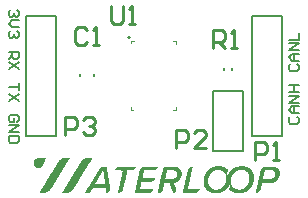
<source format=gto>
G04*
G04 #@! TF.GenerationSoftware,Altium Limited,Altium Designer,21.8.1 (53)*
G04*
G04 Layer_Color=65535*
%FSLAX25Y25*%
%MOIN*%
G70*
G04*
G04 #@! TF.SameCoordinates,F690618D-AD4D-4C01-A63D-FBD870E761B6*
G04*
G04*
G04 #@! TF.FilePolarity,Positive*
G04*
G01*
G75*
%ADD10C,0.01000*%
%ADD11C,0.00787*%
%ADD12C,0.00217*%
%ADD13C,0.00800*%
G36*
X369325Y284210D02*
X369213D01*
Y284098D01*
Y283985D01*
Y283873D01*
X369101D01*
Y283761D01*
Y283649D01*
Y283537D01*
X368989D01*
Y283425D01*
Y283313D01*
X368877D01*
Y283200D01*
Y283088D01*
Y282976D01*
X368765D01*
Y282864D01*
Y282752D01*
X368652D01*
Y282640D01*
Y282528D01*
X368540D01*
Y282416D01*
Y282303D01*
X368428D01*
Y282191D01*
Y282079D01*
X368316D01*
Y281967D01*
Y281855D01*
X368204D01*
Y281743D01*
X368092D01*
Y281630D01*
Y281518D01*
X367980D01*
Y281406D01*
X367867D01*
Y281294D01*
X367755D01*
Y281182D01*
X367531D01*
Y281070D01*
X367195D01*
Y280958D01*
X366410D01*
Y281070D01*
X366073D01*
Y281182D01*
X365849D01*
Y281294D01*
X365737D01*
Y281406D01*
X365625D01*
Y281518D01*
X365513D01*
Y281630D01*
X365401D01*
Y281743D01*
Y281855D01*
X365288D01*
Y281967D01*
Y282079D01*
X365176D01*
Y282191D01*
Y282303D01*
Y282416D01*
Y282528D01*
Y282640D01*
Y282752D01*
Y282864D01*
Y282976D01*
Y283088D01*
Y283200D01*
X365288D01*
Y283313D01*
Y283425D01*
X365401D01*
Y283537D01*
Y283649D01*
X365513D01*
Y283761D01*
X365625D01*
Y283873D01*
X365737D01*
Y283985D01*
X365849D01*
Y284098D01*
X366185D01*
Y284210D01*
X366746D01*
Y284322D01*
X369325D01*
Y284210D01*
D02*
G37*
G36*
X435596Y281406D02*
X436045D01*
Y281294D01*
X436381D01*
Y281182D01*
X436605D01*
Y281070D01*
X436829D01*
Y280958D01*
X436942D01*
Y280846D01*
X437166D01*
Y280733D01*
X437278D01*
Y280621D01*
X437390D01*
Y280509D01*
X437614D01*
Y280397D01*
X437726D01*
Y280285D01*
Y280173D01*
X437839D01*
Y280061D01*
X437951D01*
Y279948D01*
X438063D01*
Y279836D01*
Y279724D01*
X438175D01*
Y279612D01*
Y279500D01*
X438287D01*
Y279388D01*
Y279276D01*
X438399D01*
Y279164D01*
Y279051D01*
X438511D01*
Y278939D01*
Y278827D01*
Y278715D01*
Y278603D01*
X438624D01*
Y278491D01*
Y278379D01*
Y278267D01*
Y278154D01*
Y278042D01*
Y277930D01*
Y277818D01*
Y277706D01*
Y277594D01*
Y277482D01*
Y277369D01*
Y277257D01*
Y277145D01*
Y277033D01*
Y276921D01*
Y276809D01*
Y276697D01*
X438511D01*
Y276585D01*
Y276472D01*
Y276360D01*
Y276248D01*
X438399D01*
Y276136D01*
Y276024D01*
Y275912D01*
X438287D01*
Y275800D01*
Y275688D01*
Y275575D01*
X438175D01*
Y275463D01*
Y275351D01*
X438063D01*
Y275239D01*
Y275127D01*
X437951D01*
Y275015D01*
Y274903D01*
X437839D01*
Y274790D01*
Y274678D01*
X437726D01*
Y274566D01*
X437614D01*
Y274454D01*
X437502D01*
Y274342D01*
Y274230D01*
X437390D01*
Y274118D01*
X437278D01*
Y274006D01*
X437166D01*
Y273893D01*
X437054D01*
Y273781D01*
X436942D01*
Y273669D01*
X436829D01*
Y273557D01*
X436605D01*
Y273445D01*
X436493D01*
Y273333D01*
X436269D01*
Y273220D01*
X436157D01*
Y273108D01*
X435932D01*
Y272996D01*
X435708D01*
Y272884D01*
X435372D01*
Y272772D01*
X435035D01*
Y272660D01*
X434587D01*
Y272548D01*
X432681D01*
Y272660D01*
X432232D01*
Y272772D01*
X431896D01*
Y272884D01*
X431559D01*
Y272996D01*
X431335D01*
Y273108D01*
X431223D01*
Y273220D01*
X430999D01*
Y273333D01*
X430886D01*
Y273445D01*
X430774D01*
Y273557D01*
X430550D01*
Y273669D01*
X430438D01*
Y273781D01*
Y273893D01*
X430326D01*
Y274006D01*
X430438D01*
Y274118D01*
Y274230D01*
X430550D01*
Y274342D01*
Y274454D01*
Y274566D01*
X430662D01*
Y274678D01*
Y274790D01*
Y274903D01*
X430774D01*
Y275015D01*
Y275127D01*
Y275239D01*
Y275351D01*
Y275463D01*
Y275575D01*
X430550D01*
Y275463D01*
X430438D01*
Y275351D01*
Y275239D01*
X430326D01*
Y275127D01*
Y275015D01*
X430214D01*
Y274903D01*
Y274790D01*
X430101D01*
Y274678D01*
X429989D01*
Y274566D01*
Y274454D01*
X429877D01*
Y274342D01*
X429765D01*
Y274230D01*
X429653D01*
Y274118D01*
X429541D01*
Y274006D01*
X429429D01*
Y273893D01*
X429317D01*
Y273781D01*
X429204D01*
Y273669D01*
X429092D01*
Y273557D01*
X428980D01*
Y273445D01*
X428756D01*
Y273333D01*
X428644D01*
Y273220D01*
X428419D01*
Y273108D01*
X428195D01*
Y272996D01*
X427971D01*
Y272884D01*
X427747D01*
Y272772D01*
X427410D01*
Y272660D01*
X426962D01*
Y272548D01*
X424943D01*
Y272660D01*
X424495D01*
Y272772D01*
X424158D01*
Y272884D01*
X423934D01*
Y272996D01*
X423710D01*
Y273108D01*
X423486D01*
Y273220D01*
X423373D01*
Y273333D01*
X423149D01*
Y273445D01*
X423037D01*
Y273557D01*
X422925D01*
Y273669D01*
X422813D01*
Y273781D01*
X422701D01*
Y273893D01*
X422588D01*
Y274006D01*
X422476D01*
Y274118D01*
Y274230D01*
X422364D01*
Y274342D01*
X422252D01*
Y274454D01*
Y274566D01*
X422140D01*
Y274678D01*
Y274790D01*
X422028D01*
Y274903D01*
Y275015D01*
Y275127D01*
X421916D01*
Y275239D01*
Y275351D01*
Y275463D01*
Y275575D01*
X421804D01*
Y275688D01*
Y275800D01*
Y275912D01*
Y276024D01*
Y276136D01*
Y276248D01*
Y276360D01*
Y276472D01*
Y276585D01*
Y276697D01*
Y276809D01*
Y276921D01*
Y277033D01*
Y277145D01*
Y277257D01*
Y277369D01*
X421916D01*
Y277482D01*
Y277594D01*
Y277706D01*
Y277818D01*
X422028D01*
Y277930D01*
Y278042D01*
Y278154D01*
X422140D01*
Y278267D01*
Y278379D01*
Y278491D01*
X422252D01*
Y278603D01*
Y278715D01*
X422364D01*
Y278827D01*
Y278939D01*
X422476D01*
Y279051D01*
Y279164D01*
X422588D01*
Y279276D01*
Y279388D01*
X422701D01*
Y279500D01*
X422813D01*
Y279612D01*
X422925D01*
Y279724D01*
Y279836D01*
X423037D01*
Y279948D01*
X423149D01*
Y280061D01*
X423261D01*
Y280173D01*
X423373D01*
Y280285D01*
X423486D01*
Y280397D01*
X423598D01*
Y280509D01*
X423822D01*
Y280621D01*
X423934D01*
Y280733D01*
X424046D01*
Y280846D01*
X424270D01*
Y280958D01*
X424495D01*
Y281070D01*
X424719D01*
Y281182D01*
X424943D01*
Y281294D01*
X425280D01*
Y281406D01*
X425728D01*
Y281518D01*
X427859D01*
Y281406D01*
X428307D01*
Y281294D01*
X428644D01*
Y281182D01*
X428868D01*
Y281070D01*
X429092D01*
Y280958D01*
X429317D01*
Y280846D01*
X429429D01*
Y280733D01*
X429653D01*
Y280621D01*
X429765D01*
Y280509D01*
X429877D01*
Y280397D01*
X429989D01*
Y280285D01*
X430101D01*
Y280173D01*
X429989D01*
Y280061D01*
Y279948D01*
Y279836D01*
X429877D01*
Y279724D01*
Y279612D01*
X429765D01*
Y279500D01*
Y279388D01*
Y279276D01*
Y279164D01*
Y279051D01*
X429653D01*
Y278939D01*
Y278827D01*
Y278715D01*
Y278603D01*
Y278491D01*
X429877D01*
Y278603D01*
X429989D01*
Y278715D01*
Y278827D01*
Y278939D01*
X430101D01*
Y279051D01*
X430214D01*
Y279164D01*
Y279276D01*
X430326D01*
Y279388D01*
Y279500D01*
X430438D01*
Y279612D01*
X430550D01*
Y279724D01*
X430662D01*
Y279836D01*
Y279948D01*
X430774D01*
Y280061D01*
X430886D01*
Y280173D01*
X430999D01*
Y280285D01*
X431111D01*
Y280397D01*
X431335D01*
Y280509D01*
X431447D01*
Y280621D01*
X431559D01*
Y280733D01*
X431783D01*
Y280846D01*
X431896D01*
Y280958D01*
X432120D01*
Y281070D01*
X432344D01*
Y281182D01*
X432681D01*
Y281294D01*
X433017D01*
Y281406D01*
X433465D01*
Y281518D01*
X435596D01*
Y281406D01*
D02*
G37*
G36*
X406778Y281294D02*
X406666D01*
Y281182D01*
Y281070D01*
X406554D01*
Y280958D01*
Y280846D01*
X406441D01*
Y280733D01*
X406329D01*
Y280621D01*
X406217D01*
Y280509D01*
X406105D01*
Y280397D01*
X405881D01*
Y280285D01*
X405656D01*
Y280173D01*
X401956D01*
Y280061D01*
Y279948D01*
Y279836D01*
X401844D01*
Y279724D01*
Y279612D01*
Y279500D01*
Y279388D01*
Y279276D01*
X401732D01*
Y279164D01*
Y279051D01*
Y278939D01*
Y278827D01*
X401620D01*
Y278715D01*
Y278603D01*
Y278491D01*
Y278379D01*
X401508D01*
Y278267D01*
Y278154D01*
Y278042D01*
Y277930D01*
X401395D01*
Y277818D01*
X401620D01*
Y277706D01*
X405881D01*
Y277594D01*
X405768D01*
Y277482D01*
Y277369D01*
X405656D01*
Y277257D01*
X405544D01*
Y277145D01*
Y277033D01*
X405432D01*
Y276921D01*
X405320D01*
Y276809D01*
X405208D01*
Y276697D01*
X404984D01*
Y276585D01*
X404647D01*
Y276697D01*
X404423D01*
Y276585D01*
X404535D01*
Y276472D01*
X401171D01*
Y276360D01*
Y276248D01*
X401059D01*
Y276136D01*
Y276024D01*
Y275912D01*
Y275800D01*
X400947D01*
Y275688D01*
Y275575D01*
Y275463D01*
Y275351D01*
Y275239D01*
X400835D01*
Y275127D01*
Y275015D01*
Y274903D01*
Y274790D01*
X400723D01*
Y274678D01*
Y274566D01*
Y274454D01*
Y274342D01*
X400610D01*
Y274230D01*
Y274118D01*
Y274006D01*
X400723D01*
Y273893D01*
X405096D01*
Y273781D01*
X404984D01*
Y273669D01*
Y273557D01*
X404872D01*
Y273445D01*
Y273333D01*
X404759D01*
Y273220D01*
X404647D01*
Y273108D01*
X404535D01*
Y272996D01*
X404423D01*
Y272884D01*
X404199D01*
Y272772D01*
X403974D01*
Y272660D01*
X398816D01*
Y272772D01*
X398928D01*
Y272884D01*
Y272996D01*
Y273108D01*
X399041D01*
Y273220D01*
Y273333D01*
Y273445D01*
Y273557D01*
Y273669D01*
X399153D01*
Y273781D01*
Y273893D01*
Y274006D01*
Y274118D01*
Y274230D01*
X399265D01*
Y274342D01*
Y274454D01*
Y274566D01*
Y274678D01*
X399377D01*
Y274790D01*
Y274903D01*
Y275015D01*
Y275127D01*
Y275239D01*
X399489D01*
Y275351D01*
Y275463D01*
Y275575D01*
Y275688D01*
X399601D01*
Y275800D01*
Y275912D01*
Y276024D01*
Y276136D01*
Y276248D01*
X399713D01*
Y276360D01*
Y276472D01*
Y276585D01*
Y276697D01*
Y276809D01*
X399826D01*
Y276921D01*
Y277033D01*
Y277145D01*
Y277257D01*
X399938D01*
Y277369D01*
Y277482D01*
Y277594D01*
Y277706D01*
Y277818D01*
X400050D01*
Y277930D01*
Y278042D01*
Y278154D01*
Y278267D01*
X400162D01*
Y278379D01*
Y278491D01*
Y278603D01*
Y278715D01*
Y278827D01*
X400274D01*
Y278939D01*
Y279051D01*
Y279164D01*
Y279276D01*
X400386D01*
Y279388D01*
Y279500D01*
Y279612D01*
Y279724D01*
Y279836D01*
X400498D01*
Y279948D01*
Y280061D01*
Y280173D01*
X400610D01*
Y280285D01*
Y280397D01*
Y280509D01*
X400723D01*
Y280621D01*
Y280733D01*
X400835D01*
Y280846D01*
X400947D01*
Y280958D01*
X401059D01*
Y281070D01*
X401171D01*
Y281182D01*
X401395D01*
Y281294D01*
X401732D01*
Y281406D01*
X406778D01*
Y281294D01*
D02*
G37*
G36*
X445352D02*
X445800D01*
Y281182D01*
X446024D01*
Y281070D01*
X446249D01*
Y280958D01*
X446361D01*
Y280846D01*
X446473D01*
Y280733D01*
X446585D01*
Y280621D01*
X446697D01*
Y280509D01*
X446809D01*
Y280397D01*
X446921D01*
Y280285D01*
Y280173D01*
X447034D01*
Y280061D01*
Y279948D01*
Y279836D01*
X447146D01*
Y279724D01*
Y279612D01*
Y279500D01*
Y279388D01*
Y279276D01*
Y279164D01*
Y279051D01*
Y278939D01*
Y278827D01*
Y278715D01*
Y278603D01*
Y278491D01*
Y278379D01*
Y278267D01*
X447034D01*
Y278154D01*
Y278042D01*
Y277930D01*
X446921D01*
Y277818D01*
Y277706D01*
X446809D01*
Y277594D01*
Y277482D01*
X446697D01*
Y277369D01*
X446585D01*
Y277257D01*
Y277145D01*
X446473D01*
Y277033D01*
X446361D01*
Y276921D01*
X446249D01*
Y276809D01*
X446137D01*
Y276697D01*
X446024D01*
Y276585D01*
X445800D01*
Y276472D01*
X445576D01*
Y276360D01*
X445352D01*
Y276248D01*
X445127D01*
Y276136D01*
X444679D01*
Y276024D01*
X441427D01*
Y275912D01*
X441315D01*
Y275800D01*
Y275688D01*
Y275575D01*
X441203D01*
Y275463D01*
Y275351D01*
Y275239D01*
Y275127D01*
Y275015D01*
X441090D01*
Y274903D01*
Y274790D01*
Y274678D01*
Y274566D01*
Y274454D01*
X440978D01*
Y274342D01*
Y274230D01*
Y274118D01*
X440866D01*
Y274006D01*
Y273893D01*
Y273781D01*
X440754D01*
Y273669D01*
Y273557D01*
X440642D01*
Y273445D01*
X440530D01*
Y273333D01*
Y273220D01*
X440418D01*
Y273108D01*
X440193D01*
Y272996D01*
X440081D01*
Y272884D01*
X439857D01*
Y272772D01*
X439521D01*
Y272660D01*
X439184D01*
Y272772D01*
Y272884D01*
X439296D01*
Y272996D01*
Y273108D01*
Y273220D01*
Y273333D01*
Y273445D01*
X439408D01*
Y273557D01*
Y273669D01*
Y273781D01*
Y273893D01*
X439521D01*
Y274006D01*
Y274118D01*
Y274230D01*
Y274342D01*
X439633D01*
Y274454D01*
Y274566D01*
Y274678D01*
Y274790D01*
Y274903D01*
X439745D01*
Y275015D01*
Y275127D01*
Y275239D01*
Y275351D01*
X439857D01*
Y275463D01*
Y275575D01*
Y275688D01*
Y275800D01*
Y275912D01*
X439969D01*
Y276024D01*
Y276136D01*
Y276248D01*
Y276360D01*
X440081D01*
Y276472D01*
Y276585D01*
Y276697D01*
Y276809D01*
X440193D01*
Y276921D01*
Y277033D01*
Y277145D01*
Y277257D01*
Y277369D01*
X440306D01*
Y277482D01*
Y277594D01*
Y277706D01*
Y277818D01*
X440418D01*
Y277930D01*
Y278042D01*
Y278154D01*
Y278267D01*
Y278379D01*
X440530D01*
Y278491D01*
Y278603D01*
Y278715D01*
Y278827D01*
X440642D01*
Y278939D01*
Y279051D01*
Y279164D01*
Y279276D01*
X440754D01*
Y279388D01*
Y279500D01*
Y279612D01*
Y279724D01*
Y279836D01*
X440866D01*
Y279948D01*
Y280061D01*
Y280173D01*
Y280285D01*
X440978D01*
Y280397D01*
Y280509D01*
Y280621D01*
X441090D01*
Y280733D01*
X441203D01*
Y280846D01*
X441315D01*
Y280958D01*
X441427D01*
Y281070D01*
X441539D01*
Y281182D01*
X441763D01*
Y281294D01*
X442100D01*
Y281406D01*
X445352D01*
Y281294D01*
D02*
G37*
G36*
X418215D02*
Y281182D01*
Y281070D01*
X418103D01*
Y280958D01*
Y280846D01*
Y280733D01*
Y280621D01*
X417991D01*
Y280509D01*
Y280397D01*
Y280285D01*
Y280173D01*
Y280061D01*
X417879D01*
Y279948D01*
Y279836D01*
Y279724D01*
Y279612D01*
Y279500D01*
X417767D01*
Y279388D01*
Y279276D01*
Y279164D01*
Y279051D01*
X417655D01*
Y278939D01*
Y278827D01*
Y278715D01*
Y278603D01*
Y278491D01*
X417543D01*
Y278379D01*
Y278267D01*
Y278154D01*
Y278042D01*
Y277930D01*
X417430D01*
Y277818D01*
Y277706D01*
Y277594D01*
Y277482D01*
X417318D01*
Y277369D01*
Y277257D01*
Y277145D01*
Y277033D01*
Y276921D01*
X417206D01*
Y276809D01*
Y276697D01*
Y276585D01*
Y276472D01*
X417094D01*
Y276360D01*
Y276248D01*
Y276136D01*
Y276024D01*
Y275912D01*
X416982D01*
Y275800D01*
Y275688D01*
Y275575D01*
Y275463D01*
X416870D01*
Y275351D01*
Y275239D01*
Y275127D01*
Y275015D01*
Y274903D01*
X416758D01*
Y274790D01*
Y274678D01*
Y274566D01*
Y274454D01*
Y274342D01*
X416645D01*
Y274230D01*
Y274118D01*
Y274006D01*
Y273893D01*
X420458D01*
Y273781D01*
Y273669D01*
X420346D01*
Y273557D01*
Y273445D01*
X420234D01*
Y273333D01*
X420122D01*
Y273220D01*
X420010D01*
Y273108D01*
X419897D01*
Y272996D01*
X419785D01*
Y272884D01*
X419561D01*
Y272772D01*
X419337D01*
Y272660D01*
X414851D01*
Y272772D01*
X414963D01*
Y272884D01*
Y272996D01*
Y273108D01*
Y273220D01*
Y273333D01*
X415076D01*
Y273445D01*
Y273557D01*
Y273669D01*
Y273781D01*
Y273893D01*
X415188D01*
Y274006D01*
Y274118D01*
Y274230D01*
Y274342D01*
X415300D01*
Y274454D01*
Y274566D01*
Y274678D01*
Y274790D01*
Y274903D01*
X415412D01*
Y275015D01*
Y275127D01*
Y275239D01*
Y275351D01*
X415524D01*
Y275463D01*
Y275575D01*
Y275688D01*
Y275800D01*
Y275912D01*
X415636D01*
Y276024D01*
Y276136D01*
Y276248D01*
Y276360D01*
X415748D01*
Y276472D01*
Y276585D01*
Y276697D01*
Y276809D01*
Y276921D01*
X415861D01*
Y277033D01*
Y277145D01*
Y277257D01*
Y277369D01*
X415973D01*
Y277482D01*
Y277594D01*
Y277706D01*
Y277818D01*
X416085D01*
Y277930D01*
Y278042D01*
Y278154D01*
Y278267D01*
Y278379D01*
X416197D01*
Y278491D01*
Y278603D01*
Y278715D01*
Y278827D01*
X416309D01*
Y278939D01*
Y279051D01*
Y279164D01*
Y279276D01*
X416421D01*
Y279388D01*
Y279500D01*
Y279612D01*
Y279724D01*
X416533D01*
Y279836D01*
Y279948D01*
Y280061D01*
Y280173D01*
Y280285D01*
X416645D01*
Y280397D01*
Y280509D01*
Y280621D01*
X416758D01*
Y280733D01*
X416870D01*
Y280846D01*
Y280958D01*
X416982D01*
Y281070D01*
X417206D01*
Y281182D01*
X417318D01*
Y281294D01*
X417655D01*
Y281406D01*
X418215D01*
Y281294D01*
D02*
G37*
G36*
X412609D02*
X412945D01*
Y281182D01*
X413281D01*
Y281070D01*
X413506D01*
Y280958D01*
X413618D01*
Y280846D01*
X413730D01*
Y280733D01*
X413842D01*
Y280621D01*
X413954D01*
Y280509D01*
X414066D01*
Y280397D01*
X414179D01*
Y280285D01*
X414291D01*
Y280173D01*
Y280061D01*
X414403D01*
Y279948D01*
Y279836D01*
Y279724D01*
X414515D01*
Y279612D01*
Y279500D01*
Y279388D01*
Y279276D01*
Y279164D01*
Y279051D01*
Y278939D01*
Y278827D01*
Y278715D01*
Y278603D01*
Y278491D01*
Y278379D01*
Y278267D01*
X414403D01*
Y278154D01*
Y278042D01*
Y277930D01*
X414291D01*
Y277818D01*
Y277706D01*
X414179D01*
Y277594D01*
Y277482D01*
X414066D01*
Y277369D01*
Y277257D01*
X413954D01*
Y277145D01*
X413842D01*
Y277033D01*
X413730D01*
Y276921D01*
X413618D01*
Y276809D01*
X413506D01*
Y276697D01*
X413394D01*
Y276585D01*
X413169D01*
Y276472D01*
X413057D01*
Y276360D01*
X412721D01*
Y276248D01*
X412497D01*
Y276136D01*
X411936D01*
Y276024D01*
Y275912D01*
Y275800D01*
Y275688D01*
X412048D01*
Y275575D01*
Y275463D01*
X412160D01*
Y275351D01*
Y275239D01*
X412272D01*
Y275127D01*
Y275015D01*
Y274903D01*
X412384D01*
Y274790D01*
Y274678D01*
X412497D01*
Y274566D01*
Y274454D01*
Y274342D01*
X412609D01*
Y274230D01*
Y274118D01*
Y274006D01*
X412721D01*
Y273893D01*
Y273781D01*
Y273669D01*
Y273557D01*
X412609D01*
Y273445D01*
Y273333D01*
Y273220D01*
X412497D01*
Y273108D01*
X412384D01*
Y272996D01*
X412272D01*
Y272884D01*
X412160D01*
Y272772D01*
X411824D01*
Y272660D01*
X411599D01*
Y272772D01*
Y272884D01*
X411487D01*
Y272996D01*
Y273108D01*
Y273220D01*
X411375D01*
Y273333D01*
Y273445D01*
X411263D01*
Y273557D01*
Y273669D01*
Y273781D01*
X411151D01*
Y273893D01*
Y274006D01*
Y274118D01*
X411039D01*
Y274230D01*
Y274342D01*
X410927D01*
Y274454D01*
Y274566D01*
Y274678D01*
X410815D01*
Y274790D01*
Y274903D01*
Y275015D01*
X410702D01*
Y275127D01*
Y275239D01*
Y275351D01*
X410590D01*
Y275463D01*
Y275575D01*
Y275688D01*
X410478D01*
Y275800D01*
Y275912D01*
X410366D01*
Y276024D01*
X408684D01*
Y275912D01*
Y275800D01*
Y275688D01*
X408572D01*
Y275575D01*
Y275463D01*
Y275351D01*
Y275239D01*
X408460D01*
Y275127D01*
Y275015D01*
Y274903D01*
Y274790D01*
Y274678D01*
X408348D01*
Y274566D01*
Y274454D01*
Y274342D01*
Y274230D01*
Y274118D01*
X408235D01*
Y274006D01*
Y273893D01*
Y273781D01*
Y273669D01*
X408123D01*
Y273557D01*
Y273445D01*
Y273333D01*
Y273220D01*
X408011D01*
Y273108D01*
X407899D01*
Y272996D01*
X407787D01*
Y272884D01*
X407675D01*
Y272772D01*
X407450D01*
Y272660D01*
X406554D01*
Y272772D01*
Y272884D01*
Y272996D01*
X406666D01*
Y273108D01*
Y273220D01*
Y273333D01*
Y273445D01*
Y273557D01*
X406778D01*
Y273669D01*
Y273781D01*
Y273893D01*
Y274006D01*
X406890D01*
Y274118D01*
Y274230D01*
Y274342D01*
Y274454D01*
Y274566D01*
X407002D01*
Y274678D01*
Y274790D01*
Y274903D01*
Y275015D01*
X407114D01*
Y275127D01*
Y275239D01*
Y275351D01*
Y275463D01*
Y275575D01*
X407226D01*
Y275688D01*
Y275800D01*
Y275912D01*
Y276024D01*
Y276136D01*
X407338D01*
Y276248D01*
Y276360D01*
Y276472D01*
Y276585D01*
X407450D01*
Y276697D01*
Y276809D01*
Y276921D01*
Y277033D01*
Y277145D01*
X407563D01*
Y277257D01*
Y277369D01*
Y277482D01*
Y277594D01*
X407675D01*
Y277706D01*
Y277818D01*
Y277930D01*
Y278042D01*
Y278154D01*
X407787D01*
Y278267D01*
Y278379D01*
Y278491D01*
Y278603D01*
X407899D01*
Y278715D01*
Y278827D01*
Y278939D01*
Y279051D01*
X408011D01*
Y279164D01*
Y279276D01*
Y279388D01*
Y279500D01*
Y279612D01*
X408123D01*
Y279724D01*
Y279836D01*
Y279948D01*
Y280061D01*
X408235D01*
Y280173D01*
Y280285D01*
Y280397D01*
Y280509D01*
X408348D01*
Y280621D01*
Y280733D01*
Y280846D01*
X408460D01*
Y280958D01*
Y281070D01*
X408572D01*
Y281182D01*
X408684D01*
Y281294D01*
X408908D01*
Y281406D01*
X412609D01*
Y281294D01*
D02*
G37*
G36*
X399377D02*
X399265D01*
Y281182D01*
Y281070D01*
X399153D01*
Y280958D01*
Y280846D01*
X399041D01*
Y280733D01*
X398928D01*
Y280621D01*
X398816D01*
Y280509D01*
X398704D01*
Y280397D01*
X398480D01*
Y280285D01*
X398256D01*
Y280173D01*
X396349D01*
Y280061D01*
Y279948D01*
Y279836D01*
Y279724D01*
Y279612D01*
X396237D01*
Y279500D01*
Y279388D01*
Y279276D01*
Y279164D01*
Y279051D01*
X396125D01*
Y278939D01*
Y278827D01*
Y278715D01*
Y278603D01*
X396013D01*
Y278491D01*
Y278379D01*
Y278267D01*
Y278154D01*
Y278042D01*
X395901D01*
Y277930D01*
Y277818D01*
Y277706D01*
Y277594D01*
X395789D01*
Y277482D01*
Y277369D01*
Y277257D01*
Y277145D01*
Y277033D01*
X395676D01*
Y276921D01*
Y276809D01*
Y276697D01*
Y276585D01*
X395564D01*
Y276472D01*
Y276360D01*
Y276248D01*
Y276136D01*
Y276024D01*
X395452D01*
Y275912D01*
Y275800D01*
Y275688D01*
Y275575D01*
X395340D01*
Y275463D01*
Y275351D01*
Y275239D01*
Y275127D01*
Y275015D01*
X395228D01*
Y274903D01*
Y274790D01*
Y274678D01*
Y274566D01*
X395116D01*
Y274454D01*
Y274342D01*
Y274230D01*
Y274118D01*
X395004D01*
Y274006D01*
Y273893D01*
Y273781D01*
Y273669D01*
X394892D01*
Y273557D01*
Y273445D01*
X394779D01*
Y273333D01*
X394667D01*
Y273220D01*
X394555D01*
Y273108D01*
X394443D01*
Y272996D01*
X394331D01*
Y272884D01*
X394107D01*
Y272772D01*
X393770D01*
Y272660D01*
X393322D01*
Y272772D01*
Y272884D01*
Y272996D01*
X393434D01*
Y273108D01*
Y273220D01*
Y273333D01*
Y273445D01*
Y273557D01*
X393546D01*
Y273669D01*
Y273781D01*
Y273893D01*
Y274006D01*
X393658D01*
Y274118D01*
Y274230D01*
Y274342D01*
Y274454D01*
Y274566D01*
X393770D01*
Y274678D01*
Y274790D01*
Y274903D01*
Y275015D01*
X393882D01*
Y275127D01*
Y275239D01*
Y275351D01*
Y275463D01*
Y275575D01*
X393994D01*
Y275688D01*
Y275800D01*
Y275912D01*
Y276024D01*
X394107D01*
Y276136D01*
Y276248D01*
Y276360D01*
Y276472D01*
Y276585D01*
X394219D01*
Y276697D01*
Y276809D01*
Y276921D01*
Y277033D01*
X394331D01*
Y277145D01*
Y277257D01*
Y277369D01*
Y277482D01*
Y277594D01*
X394443D01*
Y277706D01*
Y277818D01*
Y277930D01*
Y278042D01*
X394555D01*
Y278154D01*
Y278267D01*
Y278379D01*
Y278491D01*
Y278603D01*
X394667D01*
Y278715D01*
Y278827D01*
Y278939D01*
Y279051D01*
Y279164D01*
X394779D01*
Y279276D01*
Y279388D01*
Y279500D01*
Y279612D01*
X394892D01*
Y279724D01*
Y279836D01*
Y279948D01*
Y280061D01*
X394443D01*
Y280173D01*
X392313D01*
Y280285D01*
Y280397D01*
X392425D01*
Y280509D01*
Y280621D01*
X392537D01*
Y280733D01*
X392649D01*
Y280846D01*
X392761D01*
Y280958D01*
X392873D01*
Y281070D01*
X392985D01*
Y281182D01*
X393097D01*
Y281294D01*
X393434D01*
Y281406D01*
X399377D01*
Y281294D01*
D02*
G37*
G36*
X389509D02*
Y281182D01*
Y281070D01*
Y280958D01*
Y280846D01*
Y280733D01*
X389621D01*
Y280621D01*
Y280509D01*
Y280397D01*
Y280285D01*
Y280173D01*
Y280061D01*
X389734D01*
Y279948D01*
Y279836D01*
Y279724D01*
Y279612D01*
Y279500D01*
X389846D01*
Y279388D01*
Y279276D01*
Y279164D01*
Y279051D01*
Y278939D01*
Y278827D01*
X389958D01*
Y278715D01*
Y278603D01*
Y278491D01*
Y278379D01*
Y278267D01*
X390070D01*
Y278154D01*
Y278042D01*
Y277930D01*
Y277818D01*
Y277706D01*
Y277594D01*
X390182D01*
Y277482D01*
Y277369D01*
Y277257D01*
Y277145D01*
Y277033D01*
Y276921D01*
X390294D01*
Y276809D01*
Y276697D01*
Y276585D01*
Y276472D01*
Y276360D01*
Y276248D01*
X390406D01*
Y276136D01*
Y276024D01*
Y275912D01*
Y275800D01*
Y275688D01*
Y275575D01*
X390518D01*
Y275463D01*
Y275351D01*
Y275239D01*
Y275127D01*
Y275015D01*
Y274903D01*
X390631D01*
Y274790D01*
Y274678D01*
Y274566D01*
Y274454D01*
Y274342D01*
Y274230D01*
Y274118D01*
X390743D01*
Y274006D01*
Y273893D01*
Y273781D01*
Y273669D01*
X390631D01*
Y273557D01*
Y273445D01*
Y273333D01*
X390518D01*
Y273220D01*
X390406D01*
Y273108D01*
X390294D01*
Y272996D01*
X390182D01*
Y272884D01*
X390070D01*
Y272772D01*
X389846D01*
Y272660D01*
X389397D01*
Y272772D01*
Y272884D01*
Y272996D01*
Y273108D01*
Y273220D01*
Y273333D01*
X389285D01*
Y273445D01*
Y273557D01*
Y273669D01*
Y273781D01*
Y273893D01*
Y274006D01*
Y274118D01*
X389173D01*
Y274230D01*
Y274342D01*
X384912D01*
Y274230D01*
X384800D01*
Y274118D01*
X384687D01*
Y274006D01*
Y273893D01*
X384575D01*
Y273781D01*
Y273669D01*
X384463D01*
Y273557D01*
X384351D01*
Y273445D01*
Y273333D01*
X384239D01*
Y273220D01*
X384127D01*
Y273108D01*
Y272996D01*
X384015D01*
Y272884D01*
X383790D01*
Y272772D01*
X383566D01*
Y272660D01*
X382221D01*
Y272772D01*
X382333D01*
Y272884D01*
X382445D01*
Y272996D01*
Y273108D01*
X382557D01*
Y273220D01*
Y273333D01*
X382669D01*
Y273445D01*
X382781D01*
Y273557D01*
Y273669D01*
X382893D01*
Y273781D01*
X383005D01*
Y273893D01*
Y274006D01*
X383118D01*
Y274118D01*
Y274230D01*
X383230D01*
Y274342D01*
X383342D01*
Y274454D01*
Y274566D01*
X383454D01*
Y274678D01*
Y274790D01*
X383566D01*
Y274903D01*
X383678D01*
Y275015D01*
Y275127D01*
X383790D01*
Y275239D01*
X383903D01*
Y275351D01*
Y275463D01*
X384015D01*
Y275575D01*
Y275688D01*
X384127D01*
Y275800D01*
X384239D01*
Y275912D01*
Y276024D01*
X384351D01*
Y276136D01*
Y276248D01*
X384463D01*
Y276360D01*
X384575D01*
Y276472D01*
Y276585D01*
X384687D01*
Y276697D01*
X384800D01*
Y276809D01*
Y276921D01*
X384912D01*
Y277033D01*
Y277145D01*
X385024D01*
Y277257D01*
X385136D01*
Y277369D01*
Y277482D01*
X385248D01*
Y277594D01*
Y277706D01*
X385360D01*
Y277818D01*
X385472D01*
Y277930D01*
Y278042D01*
X385585D01*
Y278154D01*
X385697D01*
Y278267D01*
Y278379D01*
X385809D01*
Y278491D01*
Y278603D01*
X385921D01*
Y278715D01*
X386033D01*
Y278827D01*
Y278939D01*
X386145D01*
Y279051D01*
Y279164D01*
X386257D01*
Y279276D01*
X386369D01*
Y279388D01*
Y279500D01*
X386482D01*
Y279612D01*
X386594D01*
Y279724D01*
Y279836D01*
X386706D01*
Y279948D01*
Y280061D01*
X386818D01*
Y280173D01*
X386930D01*
Y280285D01*
Y280397D01*
X387042D01*
Y280509D01*
Y280621D01*
X387154D01*
Y280733D01*
X387266D01*
Y280846D01*
Y280958D01*
X387379D01*
Y281070D01*
X387491D01*
Y281182D01*
X387715D01*
Y281294D01*
X387939D01*
Y281406D01*
X389509D01*
Y281294D01*
D02*
G37*
G36*
X384015Y284322D02*
X384800D01*
Y284210D01*
X384687D01*
Y284098D01*
X384575D01*
Y283985D01*
Y283873D01*
X384463D01*
Y283761D01*
Y283649D01*
X384351D01*
Y283537D01*
X384239D01*
Y283425D01*
Y283313D01*
X384127D01*
Y283200D01*
Y283088D01*
X384015D01*
Y282976D01*
X383903D01*
Y282864D01*
Y282752D01*
X383790D01*
Y282640D01*
Y282528D01*
X383678D01*
Y282416D01*
X383566D01*
Y282303D01*
Y282191D01*
X383454D01*
Y282079D01*
X383342D01*
Y281967D01*
Y281855D01*
X383230D01*
Y281743D01*
Y281630D01*
X383118D01*
Y281518D01*
X383005D01*
Y281406D01*
Y281294D01*
X382893D01*
Y281182D01*
Y281070D01*
X382781D01*
Y280958D01*
X382669D01*
Y280846D01*
Y280733D01*
X382557D01*
Y280621D01*
Y280509D01*
X382445D01*
Y280397D01*
X382333D01*
Y280285D01*
Y280173D01*
X382221D01*
Y280061D01*
Y279948D01*
X382108D01*
Y279836D01*
X381996D01*
Y279724D01*
Y279612D01*
X381884D01*
Y279500D01*
X381772D01*
Y279388D01*
Y279276D01*
X381660D01*
Y279164D01*
Y279051D01*
X381548D01*
Y278939D01*
X381436D01*
Y278827D01*
Y278715D01*
X381324D01*
Y278603D01*
Y278491D01*
X381211D01*
Y278379D01*
X381099D01*
Y278267D01*
Y278154D01*
X380987D01*
Y278042D01*
Y277930D01*
X380875D01*
Y277818D01*
X380763D01*
Y277706D01*
Y277594D01*
X380651D01*
Y277482D01*
X380539D01*
Y277369D01*
Y277257D01*
X380426D01*
Y277145D01*
Y277033D01*
X380314D01*
Y276921D01*
X380202D01*
Y276809D01*
Y276697D01*
X380090D01*
Y276585D01*
Y276472D01*
X379978D01*
Y276360D01*
X379866D01*
Y276248D01*
Y276136D01*
X379754D01*
Y276024D01*
X379642D01*
Y275912D01*
Y275800D01*
X379529D01*
Y275688D01*
Y275575D01*
X379417D01*
Y275463D01*
X379305D01*
Y275351D01*
Y275239D01*
X379193D01*
Y275127D01*
Y275015D01*
X379081D01*
Y274903D01*
X378969D01*
Y274790D01*
Y274678D01*
X378857D01*
Y274566D01*
X378744D01*
Y274454D01*
Y274342D01*
X378632D01*
Y274230D01*
Y274118D01*
X378520D01*
Y274006D01*
X378408D01*
Y273893D01*
Y273781D01*
X378296D01*
Y273669D01*
X378184D01*
Y273557D01*
X378072D01*
Y273445D01*
X377959D01*
Y273333D01*
X377847D01*
Y273220D01*
X377735D01*
Y273108D01*
X377511D01*
Y272996D01*
X377287D01*
Y272884D01*
X377062D01*
Y272772D01*
X376614D01*
Y272660D01*
X374708D01*
Y272772D01*
Y272884D01*
X374820D01*
Y272996D01*
Y273108D01*
X374932D01*
Y273220D01*
X375044D01*
Y273333D01*
Y273445D01*
X375156D01*
Y273557D01*
Y273669D01*
X375268D01*
Y273781D01*
X375380D01*
Y273893D01*
Y274006D01*
X375493D01*
Y274118D01*
X375605D01*
Y274230D01*
Y274342D01*
X375717D01*
Y274454D01*
Y274566D01*
X375829D01*
Y274678D01*
X375941D01*
Y274790D01*
Y274903D01*
X376053D01*
Y275015D01*
Y275127D01*
X376165D01*
Y275239D01*
X376277D01*
Y275351D01*
Y275463D01*
X376390D01*
Y275575D01*
Y275688D01*
X376502D01*
Y275800D01*
X376614D01*
Y275912D01*
Y276024D01*
X376726D01*
Y276136D01*
Y276248D01*
X376838D01*
Y276360D01*
X376950D01*
Y276472D01*
Y276585D01*
X377062D01*
Y276697D01*
X377175D01*
Y276809D01*
Y276921D01*
X377287D01*
Y277033D01*
Y277145D01*
X377399D01*
Y277257D01*
X377511D01*
Y277369D01*
Y277482D01*
X377623D01*
Y277594D01*
Y277706D01*
X377735D01*
Y277818D01*
X377847D01*
Y277930D01*
Y278042D01*
X377959D01*
Y278154D01*
Y278267D01*
X378072D01*
Y278379D01*
X378184D01*
Y278491D01*
Y278603D01*
X378296D01*
Y278715D01*
X378408D01*
Y278827D01*
Y278939D01*
X378520D01*
Y279051D01*
Y279164D01*
X378632D01*
Y279276D01*
X378744D01*
Y279388D01*
Y279500D01*
X378857D01*
Y279612D01*
X378969D01*
Y279724D01*
Y279836D01*
X379081D01*
Y279948D01*
Y280061D01*
X379193D01*
Y280173D01*
X379305D01*
Y280285D01*
Y280397D01*
X379417D01*
Y280509D01*
X379529D01*
Y280621D01*
Y280733D01*
X379642D01*
Y280846D01*
Y280958D01*
X379754D01*
Y281070D01*
X379866D01*
Y281182D01*
Y281294D01*
X379978D01*
Y281406D01*
Y281518D01*
X380090D01*
Y281630D01*
X380202D01*
Y281743D01*
Y281855D01*
X380314D01*
Y281967D01*
X380426D01*
Y282079D01*
Y282191D01*
X380539D01*
Y282303D01*
Y282416D01*
X380651D01*
Y282528D01*
X380763D01*
Y282640D01*
Y282752D01*
X380875D01*
Y282864D01*
X380987D01*
Y282976D01*
Y283088D01*
X381099D01*
Y283200D01*
Y283313D01*
X381211D01*
Y283425D01*
X381324D01*
Y283537D01*
X381436D01*
Y283649D01*
X381548D01*
Y283761D01*
X381660D01*
Y283873D01*
X381884D01*
Y283985D01*
X381996D01*
Y284098D01*
X382333D01*
Y284210D01*
X382557D01*
Y284322D01*
X383903D01*
Y284434D01*
X384015D01*
Y284322D01*
D02*
G37*
G36*
X376838D02*
X377175D01*
Y284210D01*
Y284098D01*
X377062D01*
Y283985D01*
X376950D01*
Y283873D01*
Y283761D01*
X376838D01*
Y283649D01*
X376726D01*
Y283537D01*
Y283425D01*
X376614D01*
Y283313D01*
Y283200D01*
X376502D01*
Y283088D01*
X376390D01*
Y282976D01*
Y282864D01*
X376277D01*
Y282752D01*
Y282640D01*
X376165D01*
Y282528D01*
X376053D01*
Y282416D01*
Y282303D01*
X375941D01*
Y282191D01*
Y282079D01*
X375829D01*
Y281967D01*
X375717D01*
Y281855D01*
Y281743D01*
X375605D01*
Y281630D01*
Y281518D01*
X375493D01*
Y281406D01*
X375380D01*
Y281294D01*
Y281182D01*
X375268D01*
Y281070D01*
X375156D01*
Y280958D01*
Y280846D01*
X375044D01*
Y280733D01*
Y280621D01*
X374932D01*
Y280509D01*
X374820D01*
Y280397D01*
Y280285D01*
X374708D01*
Y280173D01*
Y280061D01*
X374595D01*
Y279948D01*
X374483D01*
Y279836D01*
Y279724D01*
X374371D01*
Y279612D01*
Y279500D01*
X374259D01*
Y279388D01*
X374147D01*
Y279276D01*
Y279164D01*
X374035D01*
Y279051D01*
X373923D01*
Y278939D01*
Y278827D01*
X373811D01*
Y278715D01*
Y278603D01*
X373698D01*
Y278491D01*
X373586D01*
Y278379D01*
Y278267D01*
X373474D01*
Y278154D01*
Y278042D01*
X373362D01*
Y277930D01*
X373250D01*
Y277818D01*
Y277706D01*
X373138D01*
Y277594D01*
Y277482D01*
X373026D01*
Y277369D01*
X372914D01*
Y277257D01*
Y277145D01*
X372801D01*
Y277033D01*
X372689D01*
Y276921D01*
Y276809D01*
X372577D01*
Y276697D01*
Y276585D01*
X372465D01*
Y276472D01*
X372353D01*
Y276360D01*
Y276248D01*
X372241D01*
Y276136D01*
Y276024D01*
X372129D01*
Y275912D01*
X372016D01*
Y275800D01*
Y275688D01*
X371904D01*
Y275575D01*
X371792D01*
Y275463D01*
Y275351D01*
X371680D01*
Y275239D01*
Y275127D01*
X371568D01*
Y275015D01*
X371456D01*
Y274903D01*
Y274790D01*
X371344D01*
Y274678D01*
Y274566D01*
X371232D01*
Y274454D01*
X371119D01*
Y274342D01*
Y274230D01*
X371007D01*
Y274118D01*
X370895D01*
Y274006D01*
Y273893D01*
X370783D01*
Y273781D01*
X370671D01*
Y273669D01*
X370559D01*
Y273557D01*
Y273445D01*
X370447D01*
Y273333D01*
X370222D01*
Y273220D01*
X370110D01*
Y273108D01*
X369998D01*
Y272996D01*
X369774D01*
Y272884D01*
X369437D01*
Y272772D01*
X368989D01*
Y272660D01*
X367195D01*
Y272772D01*
Y272884D01*
Y272996D01*
X367307D01*
Y273108D01*
X367419D01*
Y273220D01*
Y273333D01*
X367531D01*
Y273445D01*
X367643D01*
Y273557D01*
Y273669D01*
X367755D01*
Y273781D01*
Y273893D01*
X367867D01*
Y274006D01*
X367980D01*
Y274118D01*
Y274230D01*
X368092D01*
Y274342D01*
Y274454D01*
X368204D01*
Y274566D01*
X368316D01*
Y274678D01*
Y274790D01*
X368428D01*
Y274903D01*
Y275015D01*
X368540D01*
Y275127D01*
X368652D01*
Y275239D01*
Y275351D01*
X368765D01*
Y275463D01*
X368877D01*
Y275575D01*
Y275688D01*
X368989D01*
Y275800D01*
Y275912D01*
X369101D01*
Y276024D01*
X369213D01*
Y276136D01*
Y276248D01*
X369325D01*
Y276360D01*
Y276472D01*
X369437D01*
Y276585D01*
X369549D01*
Y276697D01*
Y276809D01*
X369662D01*
Y276921D01*
Y277033D01*
X369774D01*
Y277145D01*
X369886D01*
Y277257D01*
Y277369D01*
X369998D01*
Y277482D01*
X370110D01*
Y277594D01*
Y277706D01*
X370222D01*
Y277818D01*
Y277930D01*
X370334D01*
Y278042D01*
X370447D01*
Y278154D01*
Y278267D01*
X370559D01*
Y278379D01*
Y278491D01*
X370671D01*
Y278603D01*
X370783D01*
Y278715D01*
Y278827D01*
X370895D01*
Y278939D01*
Y279051D01*
X371007D01*
Y279164D01*
X371119D01*
Y279276D01*
Y279388D01*
X371232D01*
Y279500D01*
X371344D01*
Y279612D01*
Y279724D01*
X371456D01*
Y279836D01*
Y279948D01*
X371568D01*
Y280061D01*
X371680D01*
Y280173D01*
Y280285D01*
X371792D01*
Y280397D01*
Y280509D01*
X371904D01*
Y280621D01*
X372016D01*
Y280733D01*
Y280846D01*
X372129D01*
Y280958D01*
Y281070D01*
X372241D01*
Y281182D01*
X372353D01*
Y281294D01*
Y281406D01*
X372465D01*
Y281518D01*
X372577D01*
Y281630D01*
Y281743D01*
X372689D01*
Y281855D01*
Y281967D01*
X372801D01*
Y282079D01*
X372914D01*
Y282191D01*
Y282303D01*
X373026D01*
Y282416D01*
Y282528D01*
X373138D01*
Y282640D01*
X373250D01*
Y282752D01*
Y282864D01*
X373362D01*
Y282976D01*
Y283088D01*
X373474D01*
Y283200D01*
X373586D01*
Y283313D01*
X373698D01*
Y283425D01*
Y283537D01*
X373811D01*
Y283649D01*
X374035D01*
Y283761D01*
X374147D01*
Y283873D01*
X374259D01*
Y283985D01*
X374483D01*
Y284098D01*
X374708D01*
Y284210D01*
X375044D01*
Y284322D01*
X376390D01*
Y284434D01*
X376838D01*
Y284322D01*
D02*
G37*
%LPC*%
G36*
X435035Y280285D02*
X433802D01*
Y280173D01*
X433353D01*
Y280061D01*
X433129D01*
Y279948D01*
X432905D01*
Y279836D01*
X432681D01*
Y279724D01*
X432456D01*
Y279612D01*
X432344D01*
Y279500D01*
X432232D01*
Y279388D01*
X432120D01*
Y279276D01*
X432008D01*
Y279164D01*
X431896D01*
Y279051D01*
X431783D01*
Y278939D01*
X431671D01*
Y278827D01*
Y278715D01*
X431559D01*
Y278603D01*
Y278491D01*
X431447D01*
Y278379D01*
X431335D01*
Y278267D01*
Y278154D01*
Y278042D01*
X431223D01*
Y277930D01*
Y277818D01*
X431111D01*
Y277706D01*
Y277594D01*
Y277482D01*
Y277369D01*
X430999D01*
Y277257D01*
Y277145D01*
Y277033D01*
Y276921D01*
Y276809D01*
Y276697D01*
Y276585D01*
Y276472D01*
Y276360D01*
Y276248D01*
Y276136D01*
Y276024D01*
Y275912D01*
Y275800D01*
X431111D01*
Y275688D01*
Y275575D01*
Y275463D01*
Y275351D01*
X431223D01*
Y275239D01*
Y275127D01*
X431335D01*
Y275015D01*
Y274903D01*
X431447D01*
Y274790D01*
X431559D01*
Y274678D01*
X431671D01*
Y274566D01*
X431783D01*
Y274454D01*
X431896D01*
Y274342D01*
X432008D01*
Y274230D01*
X432232D01*
Y274118D01*
X432456D01*
Y274006D01*
X432681D01*
Y273893D01*
X433129D01*
Y273781D01*
X434250D01*
Y273893D01*
X434699D01*
Y274006D01*
X434923D01*
Y274118D01*
X435147D01*
Y274230D01*
X435372D01*
Y274342D01*
X435596D01*
Y274454D01*
X435708D01*
Y274566D01*
X435820D01*
Y274678D01*
X435932D01*
Y274790D01*
X436045D01*
Y274903D01*
X436157D01*
Y275015D01*
X436269D01*
Y275127D01*
X436381D01*
Y275239D01*
X436493D01*
Y275351D01*
Y275463D01*
X436605D01*
Y275575D01*
Y275688D01*
X436717D01*
Y275800D01*
Y275912D01*
X436829D01*
Y276024D01*
Y276136D01*
X436942D01*
Y276248D01*
Y276360D01*
Y276472D01*
Y276585D01*
X437054D01*
Y276697D01*
Y276809D01*
Y276921D01*
Y277033D01*
Y277145D01*
Y277257D01*
Y277369D01*
Y277482D01*
Y277594D01*
Y277706D01*
Y277818D01*
Y277930D01*
Y278042D01*
Y278154D01*
Y278267D01*
Y278379D01*
Y278491D01*
Y278603D01*
X436942D01*
Y278715D01*
Y278827D01*
X436829D01*
Y278939D01*
Y279051D01*
X436717D01*
Y279164D01*
X436605D01*
Y279276D01*
Y279388D01*
X436493D01*
Y279500D01*
X436381D01*
Y279612D01*
X436269D01*
Y279724D01*
X436045D01*
Y279836D01*
X435932D01*
Y279948D01*
X435708D01*
Y280061D01*
X435484D01*
Y280173D01*
X435035D01*
Y280285D01*
D02*
G37*
G36*
X427410D02*
X426065D01*
Y280173D01*
X425728D01*
Y280061D01*
X425392D01*
Y279948D01*
X425168D01*
Y279836D01*
X424943D01*
Y279724D01*
X424831D01*
Y279612D01*
X424719D01*
Y279500D01*
X424607D01*
Y279388D01*
X424383D01*
Y279276D01*
Y279164D01*
X424270D01*
Y279051D01*
X424158D01*
Y278939D01*
X424046D01*
Y278827D01*
X423934D01*
Y278715D01*
Y278603D01*
X423822D01*
Y278491D01*
Y278379D01*
X423710D01*
Y278267D01*
Y278154D01*
X423598D01*
Y278042D01*
Y277930D01*
X423486D01*
Y277818D01*
Y277706D01*
Y277594D01*
X423373D01*
Y277482D01*
Y277369D01*
Y277257D01*
Y277145D01*
Y277033D01*
Y276921D01*
X423261D01*
Y276809D01*
Y276697D01*
Y276585D01*
Y276472D01*
Y276360D01*
Y276248D01*
Y276136D01*
Y276024D01*
X423373D01*
Y275912D01*
Y275800D01*
Y275688D01*
Y275575D01*
X423486D01*
Y275463D01*
Y275351D01*
Y275239D01*
X423598D01*
Y275127D01*
Y275015D01*
X423710D01*
Y274903D01*
X423822D01*
Y274790D01*
X423934D01*
Y274678D01*
X424046D01*
Y274566D01*
X424158D01*
Y274454D01*
X424270D01*
Y274342D01*
X424383D01*
Y274230D01*
X424495D01*
Y274118D01*
X424719D01*
Y274006D01*
X425055D01*
Y273893D01*
X425392D01*
Y273781D01*
X426625D01*
Y273893D01*
X427074D01*
Y274006D01*
X427298D01*
Y274118D01*
X427522D01*
Y274230D01*
X427747D01*
Y274342D01*
X427859D01*
Y274454D01*
X428083D01*
Y274566D01*
X428195D01*
Y274678D01*
X428307D01*
Y274790D01*
X428419D01*
Y274903D01*
X428532D01*
Y275015D01*
X428644D01*
Y275127D01*
Y275239D01*
X428756D01*
Y275351D01*
X428868D01*
Y275463D01*
Y275575D01*
X428980D01*
Y275688D01*
Y275800D01*
X429092D01*
Y275912D01*
Y276024D01*
X429204D01*
Y276136D01*
Y276248D01*
Y276360D01*
X429317D01*
Y276472D01*
Y276585D01*
Y276697D01*
Y276809D01*
X429429D01*
Y276921D01*
Y277033D01*
Y277145D01*
Y277257D01*
Y277369D01*
Y277482D01*
Y277594D01*
Y277706D01*
Y277818D01*
Y277930D01*
Y278042D01*
Y278154D01*
Y278267D01*
Y278379D01*
X429317D01*
Y278491D01*
Y278603D01*
Y278715D01*
X429204D01*
Y278827D01*
Y278939D01*
X429092D01*
Y279051D01*
Y279164D01*
X428980D01*
Y279276D01*
X428868D01*
Y279388D01*
X428756D01*
Y279500D01*
X428644D01*
Y279612D01*
X428532D01*
Y279724D01*
X428419D01*
Y279836D01*
X428195D01*
Y279948D01*
X428083D01*
Y280061D01*
X427747D01*
Y280173D01*
X427410D01*
Y280285D01*
D02*
G37*
G36*
X444791Y280173D02*
X442212D01*
Y280061D01*
Y279948D01*
Y279836D01*
Y279724D01*
X442100D01*
Y279612D01*
Y279500D01*
Y279388D01*
Y279276D01*
Y279164D01*
X441988D01*
Y279051D01*
Y278939D01*
Y278827D01*
Y278715D01*
Y278603D01*
X441875D01*
Y278491D01*
Y278379D01*
Y278267D01*
Y278154D01*
X441763D01*
Y278042D01*
Y277930D01*
Y277818D01*
Y277706D01*
Y277594D01*
X441651D01*
Y277482D01*
Y277369D01*
Y277257D01*
X444342D01*
Y277369D01*
X444679D01*
Y277482D01*
X444903D01*
Y277594D01*
X445015D01*
Y277706D01*
X445127D01*
Y277818D01*
X445239D01*
Y277930D01*
X445352D01*
Y278042D01*
X445464D01*
Y278154D01*
Y278267D01*
X445576D01*
Y278379D01*
Y278491D01*
Y278603D01*
X445688D01*
Y278715D01*
Y278827D01*
Y278939D01*
Y279051D01*
Y279164D01*
Y279276D01*
X445576D01*
Y279388D01*
Y279500D01*
X445464D01*
Y279612D01*
Y279724D01*
X445352D01*
Y279836D01*
X445239D01*
Y279948D01*
X445015D01*
Y280061D01*
X444791D01*
Y280173D01*
D02*
G37*
G36*
X412048D02*
X409581D01*
Y280061D01*
Y279948D01*
Y279836D01*
Y279724D01*
X409469D01*
Y279612D01*
Y279500D01*
Y279388D01*
Y279276D01*
Y279164D01*
X409357D01*
Y279051D01*
Y278939D01*
Y278827D01*
Y278715D01*
X409245D01*
Y278603D01*
Y278491D01*
Y278379D01*
Y278267D01*
Y278154D01*
X409132D01*
Y278042D01*
Y277930D01*
Y277818D01*
Y277706D01*
X409020D01*
Y277594D01*
Y277482D01*
Y277369D01*
Y277257D01*
X411712D01*
Y277369D01*
X412048D01*
Y277482D01*
X412272D01*
Y277594D01*
X412384D01*
Y277706D01*
X412609D01*
Y277818D01*
Y277930D01*
X412721D01*
Y278042D01*
X412833D01*
Y278154D01*
Y278267D01*
X412945D01*
Y278379D01*
Y278491D01*
Y278603D01*
X413057D01*
Y278715D01*
Y278827D01*
Y278939D01*
Y279051D01*
Y279164D01*
X412945D01*
Y279276D01*
Y279388D01*
Y279500D01*
X412833D01*
Y279612D01*
X412721D01*
Y279724D01*
X412609D01*
Y279836D01*
X412497D01*
Y279948D01*
X412384D01*
Y280061D01*
X412048D01*
Y280173D01*
D02*
G37*
G36*
X388388Y280061D02*
X388164D01*
Y279948D01*
Y279836D01*
X388052D01*
Y279724D01*
Y279612D01*
X387939D01*
Y279500D01*
X387827D01*
Y279388D01*
Y279276D01*
X387715D01*
Y279164D01*
Y279051D01*
X387603D01*
Y278939D01*
X387491D01*
Y278827D01*
Y278715D01*
X387379D01*
Y278603D01*
Y278491D01*
X387266D01*
Y278379D01*
Y278267D01*
X387154D01*
Y278154D01*
X387042D01*
Y278042D01*
Y277930D01*
X386930D01*
Y277818D01*
Y277706D01*
X386818D01*
Y277594D01*
X386706D01*
Y277482D01*
Y277369D01*
X386594D01*
Y277257D01*
Y277145D01*
X386482D01*
Y277033D01*
X386369D01*
Y276921D01*
Y276809D01*
X386257D01*
Y276697D01*
Y276585D01*
X386145D01*
Y276472D01*
X386033D01*
Y276360D01*
Y276248D01*
X385921D01*
Y276136D01*
Y276024D01*
X385809D01*
Y275912D01*
X385697D01*
Y275800D01*
Y275688D01*
Y275575D01*
X389061D01*
Y275688D01*
Y275800D01*
Y275912D01*
X388948D01*
Y276024D01*
Y276136D01*
Y276248D01*
Y276360D01*
Y276472D01*
Y276585D01*
Y276697D01*
X388836D01*
Y276809D01*
Y276921D01*
Y277033D01*
Y277145D01*
Y277257D01*
Y277369D01*
X388724D01*
Y277482D01*
Y277594D01*
Y277706D01*
Y277818D01*
Y277930D01*
Y278042D01*
X388612D01*
Y278154D01*
Y278267D01*
Y278379D01*
Y278491D01*
Y278603D01*
Y278715D01*
Y278827D01*
X388500D01*
Y278939D01*
Y279051D01*
Y279164D01*
Y279276D01*
Y279388D01*
Y279500D01*
X388388D01*
Y279612D01*
Y279724D01*
Y279836D01*
Y279948D01*
Y280061D01*
D02*
G37*
%LPD*%
D10*
X397036Y324508D02*
X396508D01*
X397036D01*
X391100Y334898D02*
Y329900D01*
X392100Y328900D01*
X394099D01*
X395099Y329900D01*
Y334898D01*
X397098Y328900D02*
X399097D01*
X398098D01*
Y334898D01*
X397098Y333898D01*
X425001Y321001D02*
Y326999D01*
X428000D01*
X429000Y325999D01*
Y324000D01*
X428000Y323000D01*
X425001D01*
X427001D02*
X429000Y321001D01*
X430999D02*
X432999D01*
X431999D01*
Y326999D01*
X430999Y325999D01*
X375502Y292001D02*
Y297999D01*
X378501D01*
X379500Y296999D01*
Y295000D01*
X378501Y294000D01*
X375502D01*
X381500Y296999D02*
X382499Y297999D01*
X384499D01*
X385498Y296999D01*
Y296000D01*
X384499Y295000D01*
X383499D01*
X384499D01*
X385498Y294000D01*
Y293001D01*
X384499Y292001D01*
X382499D01*
X381500Y293001D01*
X412502Y287501D02*
Y293499D01*
X415501D01*
X416500Y292499D01*
Y290500D01*
X415501Y289500D01*
X412502D01*
X422498Y287501D02*
X418500D01*
X422498Y291500D01*
Y292499D01*
X421499Y293499D01*
X419499D01*
X418500Y292499D01*
X439001Y283501D02*
Y289499D01*
X442000D01*
X443000Y288499D01*
Y286500D01*
X442000Y285500D01*
X439001D01*
X444999Y283501D02*
X446999D01*
X445999D01*
Y289499D01*
X444999Y288499D01*
X383000Y326999D02*
X382000Y327999D01*
X380001D01*
X379001Y326999D01*
Y323001D01*
X380001Y322001D01*
X382000D01*
X383000Y323001D01*
X384999Y322001D02*
X386999D01*
X385999D01*
Y327999D01*
X384999Y326999D01*
D11*
X438000Y291500D02*
X448000D01*
X438000D02*
Y331500D01*
X448000Y291500D02*
Y331500D01*
X438000D02*
X448000D01*
X385264Y311803D02*
Y312197D01*
X380736Y311803D02*
Y312197D01*
X428721Y313606D02*
Y314394D01*
X431280Y313606D02*
Y314394D01*
X362500Y291500D02*
X372500D01*
X362500D02*
Y331500D01*
X372500Y291500D02*
Y331500D01*
X362500D02*
X372500D01*
X425000Y286500D02*
X435000D01*
X425000D02*
Y306500D01*
X435000D01*
Y286500D02*
Y306500D01*
D12*
X411693Y300400D02*
X412558D01*
X412557Y300453D02*
Y301240D01*
X397539Y300410D02*
X398386D01*
X397520D02*
Y301201D01*
X412549Y322421D02*
Y323328D01*
X411575Y323334D02*
X412550D01*
X397514Y323327D02*
X398504D01*
X397514Y322539D02*
Y323310D01*
D13*
X450784Y298133D02*
X450201Y297549D01*
Y296383D01*
X450784Y295800D01*
X453117D01*
X453700Y296383D01*
Y297549D01*
X453117Y298133D01*
X453700Y299299D02*
X451367D01*
X450201Y300465D01*
X451367Y301631D01*
X453700D01*
X451951D01*
Y299299D01*
X453700Y302798D02*
X450201D01*
X453700Y305130D01*
X450201D01*
Y306297D02*
X453700D01*
X451951D01*
Y308629D01*
X450201D01*
X453700D01*
X450784Y315627D02*
X450201Y315044D01*
Y313878D01*
X450784Y313294D01*
X453117D01*
X453700Y313878D01*
Y315044D01*
X453117Y315627D01*
X453700Y316793D02*
X451367D01*
X450201Y317959D01*
X451367Y319126D01*
X453700D01*
X451951D01*
Y316793D01*
X453700Y320292D02*
X450201D01*
X453700Y322625D01*
X450201D01*
Y323791D02*
X453700D01*
Y326123D01*
X359716Y333700D02*
X360299Y333117D01*
Y331951D01*
X359716Y331367D01*
X359133D01*
X358549Y331951D01*
Y332534D01*
Y331951D01*
X357966Y331367D01*
X357383D01*
X356800Y331951D01*
Y333117D01*
X357383Y333700D01*
X360299Y330201D02*
X357966D01*
X356800Y329035D01*
X357966Y327869D01*
X360299D01*
X359716Y326702D02*
X360299Y326119D01*
Y324953D01*
X359716Y324370D01*
X359133D01*
X358549Y324953D01*
Y325536D01*
Y324953D01*
X357966Y324370D01*
X357383D01*
X356800Y324953D01*
Y326119D01*
X357383Y326702D01*
X356800Y319705D02*
X360299D01*
Y317955D01*
X359716Y317372D01*
X358549D01*
X357966Y317955D01*
Y319705D01*
Y318538D02*
X356800Y317372D01*
X360299Y316206D02*
X356800Y313873D01*
X360299D02*
X356800Y316206D01*
X360299Y309208D02*
Y306875D01*
Y308042D01*
X356800D01*
X360299Y305709D02*
X356800Y303377D01*
X360299D02*
X356800Y305709D01*
X359716Y296379D02*
X360299Y296962D01*
Y298128D01*
X359716Y298711D01*
X357383D01*
X356800Y298128D01*
Y296962D01*
X357383Y296379D01*
X358549D01*
Y297545D01*
X356800Y295212D02*
X360299D01*
X356800Y292880D01*
X360299D01*
Y291714D02*
X356800D01*
Y289964D01*
X357383Y289381D01*
X359716D01*
X360299Y289964D01*
Y291714D01*
M02*

</source>
